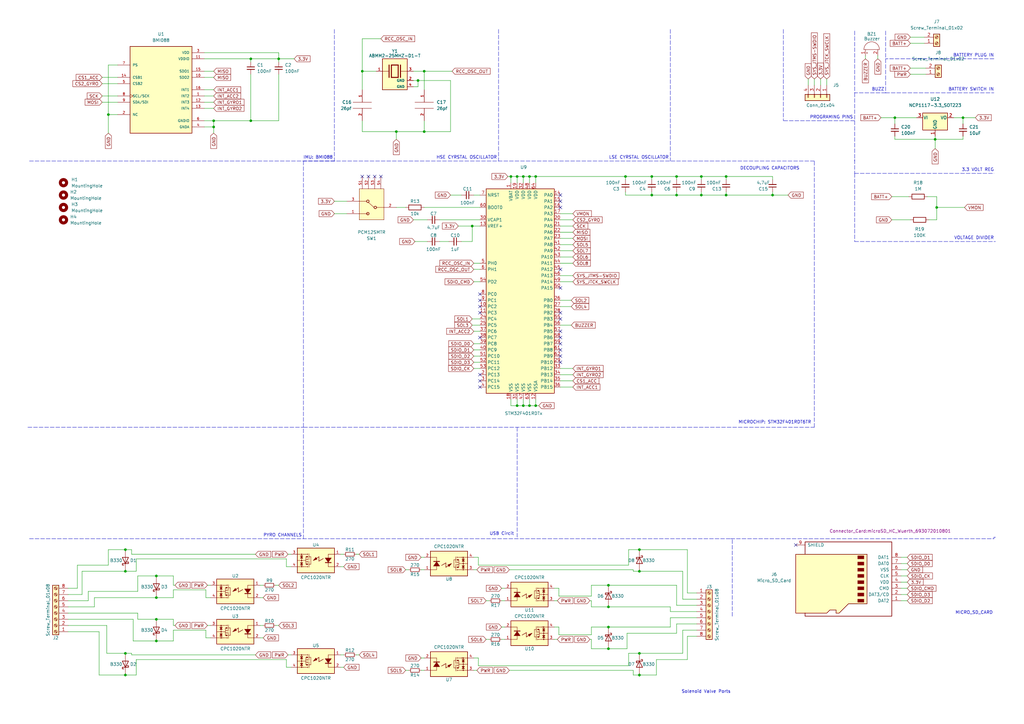
<source format=kicad_sch>
(kicad_sch (version 20211123) (generator eeschema)
  (paper "A3")
  (junction (at 162.56 53.975))
  (junction (at 287.655 72.39))
  (junction (at 394.97 48.26))
  (junction (at 173.99 53.975))
  (junction (at 51.435 234.315))
  (junction (at 87.63 52.07))
  (junction (at 249.555 248.92))
  (junction (at 249.555 266.065))
  (junction (at 297.815 80.01))
  (junction (at 173.99 29.21))
  (junction (at 209.55 72.39))
  (junction (at 171.45 33.02))
  (junction (at 114.3 24.13))
  (junction (at 102.87 24.13))
  (junction (at 262.255 276.86))
  (junction (at 64.135 262.89))
  (junction (at 44.45 46.99))
  (junction (at 217.17 166.37))
  (junction (at 64.135 245.11))
  (junction (at 316.865 80.01))
  (junction (at 212.09 72.39))
  (junction (at 267.335 80.01))
  (junction (at 212.09 166.37))
  (junction (at 384.175 85.09))
  (junction (at 51.435 276.86))
  (junction (at 214.63 72.39))
  (junction (at 51.435 225.425))
  (junction (at 219.71 166.37))
  (junction (at 102.87 49.53))
  (junction (at 262.255 225.425))
  (junction (at 219.71 72.39))
  (junction (at 267.335 72.39))
  (junction (at 262.255 234.315))
  (junction (at 277.495 72.39))
  (junction (at 64.135 236.22))
  (junction (at 277.495 80.01))
  (junction (at 287.655 80.01))
  (junction (at 383.54 57.15))
  (junction (at 193.675 92.71))
  (junction (at 297.815 72.39))
  (junction (at 64.135 254))
  (junction (at 367.03 48.26))
  (junction (at 249.555 240.03))
  (junction (at 256.54 72.39))
  (junction (at 249.555 257.175))
  (junction (at 214.63 166.37))
  (junction (at 148.59 29.21))
  (junction (at 262.255 267.97))
  (junction (at 51.435 267.97))
  (junction (at 87.63 49.53))
  (junction (at 217.17 72.39))
  (no_connect (at 229.87 118.11))
  (no_connect (at 229.87 146.05))
  (no_connect (at 229.87 110.49))
  (no_connect (at 196.85 123.19))
  (no_connect (at 229.87 80.01))
  (no_connect (at 229.87 85.09))
  (no_connect (at 196.85 153.67))
  (no_connect (at 196.85 138.43))
  (no_connect (at 153.67 72.39))
  (no_connect (at 156.21 72.39))
  (no_connect (at 229.87 130.81))
  (no_connect (at 196.85 158.75))
  (no_connect (at 196.85 125.73))
  (no_connect (at 229.87 140.97))
  (no_connect (at 229.87 143.51))
  (no_connect (at 196.85 120.65))
  (no_connect (at 148.59 72.39))
  (no_connect (at 229.87 128.27))
  (no_connect (at 196.85 128.27))
  (no_connect (at 229.87 138.43))
  (no_connect (at 196.85 156.21))
  (no_connect (at 151.13 72.39))
  (no_connect (at 229.87 148.59))
  (no_connect (at 229.87 82.55))
  (no_connect (at 326.39 223.52))
  (no_connect (at 229.87 135.89))
  (wire (pts (xy 287.655 78.74) (xy 287.655 80.01)))
  (wire (pts (xy 257.81 273.05) (xy 257.81 267.97)))
  (wire (pts (xy 114.3 24.13) (xy 114.3 25.4)))
  (wire (pts (xy 229.235 244.475) (xy 242.57 244.475)))
  (wire (pts (xy 71.12 256.54) (xy 71.12 254)))
  (wire (pts (xy 262.255 267.97) (xy 262.255 268.605)))
  (wire (pts (xy 171.45 33.02) (xy 171.45 35.56)))
  (wire (pts (xy 44.45 225.425) (xy 51.435 225.425)))
  (wire (pts (xy 249.555 240.03) (xy 242.57 240.03)))
  (wire (pts (xy 274.955 250.825) (xy 274.955 248.92)))
  (wire (pts (xy 196.85 90.17) (xy 180.34 90.17)))
  (wire (pts (xy 207.01 262.255) (xy 205.74 262.255)))
  (wire (pts (xy 242.57 246.38) (xy 242.57 248.92)))
  (wire (pts (xy 361.315 48.26) (xy 367.03 48.26)))
  (wire (pts (xy 194.31 80.01) (xy 196.85 80.01)))
  (wire (pts (xy 242.57 260.35) (xy 242.57 257.175)))
  (polyline (pts (xy 124.46 175.26) (xy 334.01 175.26)))
  (wire (pts (xy 217.17 72.39) (xy 214.63 72.39)))
  (wire (pts (xy 169.545 29.21) (xy 173.99 29.21)))
  (wire (pts (xy 285.75 250.825) (xy 274.955 250.825)))
  (wire (pts (xy 195.58 233.68) (xy 194.31 233.68)))
  (wire (pts (xy 196.215 273.05) (xy 257.81 273.05)))
  (wire (pts (xy 195.58 274.955) (xy 194.31 274.955)))
  (wire (pts (xy 148.59 36.83) (xy 148.59 29.21)))
  (wire (pts (xy 171.45 33.02) (xy 184.785 33.02)))
  (wire (pts (xy 27.94 259.08) (xy 40.64 259.08)))
  (wire (pts (xy 56.515 236.22) (xy 64.135 236.22)))
  (wire (pts (xy 229.235 260.35) (xy 242.57 260.35)))
  (polyline (pts (xy 212.09 175.26) (xy 212.09 220.98)))
  (wire (pts (xy 113.03 256.54) (xy 114.3 256.54)))
  (wire (pts (xy 196.215 228.6) (xy 196.215 231.775)))
  (wire (pts (xy 71.12 254) (xy 64.135 254)))
  (wire (pts (xy 171.45 35.56) (xy 169.545 35.56)))
  (polyline (pts (xy 407.67 24.13) (xy 363.22 24.13)))
  (wire (pts (xy 43.815 256.54) (xy 43.815 267.97)))
  (wire (pts (xy 102.87 30.48) (xy 102.87 49.53)))
  (wire (pts (xy 229.87 102.87) (xy 234.95 102.87)))
  (wire (pts (xy 384.175 80.645) (xy 384.175 85.09)))
  (wire (pts (xy 102.87 25.4) (xy 102.87 24.13)))
  (wire (pts (xy 146.05 227.33) (xy 147.32 227.33)))
  (wire (pts (xy 287.655 72.39) (xy 297.815 72.39)))
  (wire (pts (xy 31.75 241.3) (xy 31.75 231.775)))
  (wire (pts (xy 316.865 80.01) (xy 323.215 80.01)))
  (wire (pts (xy 148.59 15.875) (xy 156.21 15.875)))
  (wire (pts (xy 229.87 113.03) (xy 234.95 113.03)))
  (wire (pts (xy 249.555 240.03) (xy 249.555 240.665)))
  (wire (pts (xy 281.94 243.205) (xy 281.94 225.425)))
  (wire (pts (xy 33.655 243.84) (xy 33.655 234.315)))
  (wire (pts (xy 367.03 57.15) (xy 383.54 57.15)))
  (wire (pts (xy 229.235 241.3) (xy 229.235 244.475)))
  (wire (pts (xy 117.475 229.235) (xy 55.88 229.235)))
  (wire (pts (xy 267.335 78.74) (xy 267.335 80.01)))
  (wire (pts (xy 241.935 262.255) (xy 242.57 262.255)))
  (wire (pts (xy 83.82 31.75) (xy 87.63 31.75)))
  (wire (pts (xy 54.61 262.89) (xy 64.135 262.89)))
  (wire (pts (xy 173.99 269.875) (xy 172.72 269.875)))
  (wire (pts (xy 256.54 78.74) (xy 256.54 80.01)))
  (wire (pts (xy 53.975 225.425) (xy 51.435 225.425)))
  (wire (pts (xy 256.54 80.01) (xy 267.335 80.01)))
  (wire (pts (xy 56.515 242.57) (xy 56.515 236.22)))
  (polyline (pts (xy 12.065 220.98) (xy 300.355 220.98)))
  (wire (pts (xy 196.215 269.875) (xy 196.215 273.05)))
  (wire (pts (xy 259.715 234.315) (xy 262.255 234.315)))
  (wire (pts (xy 277.495 248.285) (xy 277.495 240.03)))
  (wire (pts (xy 41.91 31.75) (xy 48.26 31.75)))
  (wire (pts (xy 280.035 245.745) (xy 280.035 234.315)))
  (wire (pts (xy 369.57 233.68) (xy 372.11 233.68)))
  (wire (pts (xy 71.12 240.03) (xy 71.12 236.22)))
  (wire (pts (xy 334.01 32.385) (xy 334.01 34.925)))
  (wire (pts (xy 167.64 274.955) (xy 166.37 274.955)))
  (wire (pts (xy 354.965 22.86) (xy 354.965 24.13)))
  (wire (pts (xy 48.26 46.99) (xy 44.45 46.99)))
  (wire (pts (xy 267.335 72.39) (xy 277.495 72.39)))
  (wire (pts (xy 208.915 274.955) (xy 259.715 274.955)))
  (wire (pts (xy 277.495 255.905) (xy 277.495 259.715)))
  (wire (pts (xy 287.655 72.39) (xy 287.655 73.66)))
  (wire (pts (xy 87.63 49.53) (xy 87.63 52.07)))
  (wire (pts (xy 297.815 72.39) (xy 297.815 73.66)))
  (wire (pts (xy 269.24 270.51) (xy 269.24 276.86)))
  (wire (pts (xy 373.38 30.48) (xy 379.73 30.48)))
  (wire (pts (xy 262.255 234.315) (xy 262.255 233.68)))
  (wire (pts (xy 51.435 276.86) (xy 55.88 276.86)))
  (polyline (pts (xy 299.72 220.98) (xy 407.67 220.98)))
  (wire (pts (xy 189.23 99.06) (xy 193.675 99.06)))
  (wire (pts (xy 281.94 270.51) (xy 269.24 270.51)))
  (wire (pts (xy 83.82 44.45) (xy 87.63 44.45)))
  (wire (pts (xy 55.88 229.235) (xy 55.88 234.315)))
  (wire (pts (xy 229.87 90.17) (xy 234.95 90.17)))
  (wire (pts (xy 373.38 27.94) (xy 379.73 27.94)))
  (wire (pts (xy 84.455 258.445) (xy 71.12 258.445)))
  (polyline (pts (xy 124.46 66.04) (xy 124.46 175.26)))
  (wire (pts (xy 280.035 234.315) (xy 262.255 234.315)))
  (wire (pts (xy 369.57 236.22) (xy 372.11 236.22)))
  (polyline (pts (xy 350.52 38.1) (xy 350.52 71.12)))
  (wire (pts (xy 71.12 241.935) (xy 71.12 245.11)))
  (wire (pts (xy 169.545 33.02) (xy 171.45 33.02)))
  (wire (pts (xy 139.7 273.685) (xy 140.97 273.685)))
  (wire (pts (xy 365.76 90.17) (xy 373.38 90.17)))
  (wire (pts (xy 83.82 52.07) (xy 87.63 52.07)))
  (wire (pts (xy 173.99 233.68) (xy 172.72 233.68)))
  (polyline (pts (xy 321.31 12.065) (xy 321.31 49.53)))
  (polyline (pts (xy 363.22 38.1) (xy 407.67 38.1)))
  (wire (pts (xy 148.59 49.53) (xy 148.59 53.975)))
  (wire (pts (xy 227.33 241.3) (xy 229.235 241.3)))
  (wire (pts (xy 64.135 245.11) (xy 71.12 245.11)))
  (wire (pts (xy 229.87 105.41) (xy 234.95 105.41)))
  (polyline (pts (xy 350.52 99.06) (xy 408.305 99.06)))
  (wire (pts (xy 229.87 125.73) (xy 234.315 125.73)))
  (wire (pts (xy 167.64 233.68) (xy 166.37 233.68)))
  (wire (pts (xy 214.63 74.93) (xy 214.63 72.39)))
  (wire (pts (xy 285.75 255.905) (xy 277.495 255.905)))
  (wire (pts (xy 64.135 262.89) (xy 71.12 262.89)))
  (wire (pts (xy 249.555 257.175) (xy 242.57 257.175)))
  (wire (pts (xy 51.435 225.425) (xy 51.435 226.06)))
  (wire (pts (xy 207.01 241.3) (xy 205.74 241.3)))
  (wire (pts (xy 262.255 276.86) (xy 262.255 276.225)))
  (wire (pts (xy 194.31 135.89) (xy 196.85 135.89)))
  (wire (pts (xy 194.31 107.95) (xy 196.85 107.95)))
  (wire (pts (xy 87.63 52.07) (xy 87.63 54.61)))
  (wire (pts (xy 194.31 269.875) (xy 196.215 269.875)))
  (wire (pts (xy 217.17 166.37) (xy 219.71 166.37)))
  (wire (pts (xy 193.675 133.35) (xy 196.85 133.35)))
  (wire (pts (xy 38.735 248.92) (xy 38.735 245.11)))
  (wire (pts (xy 219.71 72.39) (xy 256.54 72.39)))
  (wire (pts (xy 242.57 244.475) (xy 242.57 240.03)))
  (wire (pts (xy 316.865 73.66) (xy 316.865 72.39)))
  (polyline (pts (xy 350.52 71.12) (xy 407.67 71.12)))
  (wire (pts (xy 51.435 234.315) (xy 51.435 233.68)))
  (wire (pts (xy 384.175 90.17) (xy 384.175 85.09)))
  (wire (pts (xy 83.82 29.21) (xy 87.63 29.21)))
  (wire (pts (xy 277.495 80.01) (xy 287.655 80.01)))
  (wire (pts (xy 229.87 97.79) (xy 234.95 97.79)))
  (wire (pts (xy 173.99 274.955) (xy 172.72 274.955)))
  (wire (pts (xy 207.01 257.175) (xy 205.74 257.175)))
  (wire (pts (xy 365.76 80.645) (xy 372.745 80.645)))
  (wire (pts (xy 280.035 258.445) (xy 280.035 267.97)))
  (wire (pts (xy 209.55 166.37) (xy 212.09 166.37)))
  (wire (pts (xy 194.31 110.49) (xy 196.85 110.49)))
  (wire (pts (xy 285.75 260.985) (xy 281.94 260.985)))
  (wire (pts (xy 41.91 41.91) (xy 48.26 41.91)))
  (wire (pts (xy 196.215 231.775) (xy 257.81 231.775)))
  (wire (pts (xy 41.91 34.29) (xy 48.26 34.29)))
  (wire (pts (xy 249.555 248.92) (xy 249.555 248.285)))
  (wire (pts (xy 64.135 236.22) (xy 64.135 236.855)))
  (wire (pts (xy 257.81 267.97) (xy 262.255 267.97)))
  (wire (pts (xy 369.57 238.76) (xy 372.11 238.76)))
  (wire (pts (xy 277.495 78.74) (xy 277.495 80.01)))
  (wire (pts (xy 212.09 166.37) (xy 214.63 166.37)))
  (wire (pts (xy 170.18 99.06) (xy 175.26 99.06)))
  (wire (pts (xy 56.515 251.46) (xy 56.515 254)))
  (wire (pts (xy 297.815 78.74) (xy 297.815 80.01)))
  (wire (pts (xy 281.94 260.985) (xy 281.94 270.51)))
  (wire (pts (xy 257.175 259.715) (xy 257.175 266.065)))
  (wire (pts (xy 394.97 48.26) (xy 394.97 50.8)))
  (wire (pts (xy 114.3 49.53) (xy 114.3 30.48)))
  (wire (pts (xy 85.09 256.54) (xy 86.36 256.54)))
  (wire (pts (xy 369.57 241.3) (xy 372.11 241.3)))
  (wire (pts (xy 64.135 245.11) (xy 64.135 244.475)))
  (wire (pts (xy 241.935 246.38) (xy 242.57 246.38)))
  (wire (pts (xy 369.57 246.38) (xy 372.11 246.38)))
  (wire (pts (xy 219.71 74.93) (xy 219.71 72.39)))
  (wire (pts (xy 277.495 259.715) (xy 257.175 259.715)))
  (wire (pts (xy 249.555 240.03) (xy 277.495 240.03)))
  (wire (pts (xy 84.455 241.935) (xy 71.12 241.935)))
  (polyline (pts (xy 363.22 38.1) (xy 350.52 38.1)))
  (wire (pts (xy 339.09 32.385) (xy 339.09 34.925)))
  (wire (pts (xy 102.87 24.13) (xy 114.3 24.13)))
  (polyline (pts (xy 11.43 175.26) (xy 124.46 175.26)))
  (wire (pts (xy 274.955 253.365) (xy 274.955 257.175)))
  (wire (pts (xy 360.045 22.86) (xy 360.045 24.13)))
  (wire (pts (xy 139.7 232.41) (xy 140.97 232.41)))
  (wire (pts (xy 367.03 48.26) (xy 367.03 50.8)))
  (wire (pts (xy 285.75 248.285) (xy 277.495 248.285)))
  (wire (pts (xy 214.63 163.83) (xy 214.63 166.37)))
  (wire (pts (xy 297.815 80.01) (xy 316.865 80.01)))
  (wire (pts (xy 27.94 256.54) (xy 43.815 256.54)))
  (wire (pts (xy 193.675 99.06) (xy 193.675 92.71)))
  (wire (pts (xy 54.61 254) (xy 54.61 262.89)))
  (wire (pts (xy 44.45 26.67) (xy 44.45 46.99)))
  (wire (pts (xy 83.82 49.53) (xy 87.63 49.53)))
  (wire (pts (xy 71.12 258.445) (xy 71.12 262.89)))
  (wire (pts (xy 104.775 227.33) (xy 53.975 227.33)))
  (polyline (pts (xy 12.065 66.04) (xy 137.16 66.04)))
  (wire (pts (xy 117.475 273.685) (xy 117.475 270.51)))
  (wire (pts (xy 194.31 140.97) (xy 196.85 140.97)))
  (wire (pts (xy 117.475 232.41) (xy 117.475 229.235)))
  (wire (pts (xy 106.68 256.54) (xy 107.95 256.54)))
  (wire (pts (xy 394.97 48.26) (xy 400.05 48.26)))
  (wire (pts (xy 44.45 46.99) (xy 44.45 54.61)))
  (wire (pts (xy 118.11 227.33) (xy 119.38 227.33)))
  (wire (pts (xy 64.135 262.89) (xy 64.135 262.255)))
  (wire (pts (xy 200.66 262.255) (xy 199.39 262.255)))
  (wire (pts (xy 257.81 225.425) (xy 262.255 225.425)))
  (wire (pts (xy 369.57 228.6) (xy 372.11 228.6)))
  (wire (pts (xy 113.03 240.03) (xy 114.3 240.03)))
  (wire (pts (xy 27.94 251.46) (xy 56.515 251.46)))
  (wire (pts (xy 208.915 233.68) (xy 259.715 233.68)))
  (polyline (pts (xy 274.955 12.065) (xy 274.955 66.04)))
  (wire (pts (xy 119.38 273.685) (xy 117.475 273.685)))
  (wire (pts (xy 336.55 32.385) (xy 336.55 34.925)))
  (wire (pts (xy 104.775 268.605) (xy 53.975 268.605)))
  (wire (pts (xy 285.75 253.365) (xy 274.955 253.365)))
  (wire (pts (xy 86.36 261.62) (xy 84.455 261.62)))
  (wire (pts (xy 297.815 72.39) (xy 316.865 72.39)))
  (polyline (pts (xy 334.01 66.04) (xy 124.46 66.04)))
  (wire (pts (xy 394.97 55.88) (xy 394.97 57.15)))
  (wire (pts (xy 217.17 163.83) (xy 217.17 166.37)))
  (wire (pts (xy 228.6 246.38) (xy 227.33 246.38)))
  (wire (pts (xy 173.99 29.21) (xy 185.42 29.21)))
  (wire (pts (xy 277.495 72.39) (xy 287.655 72.39)))
  (polyline (pts (xy 350.52 71.12) (xy 350.52 99.06)))
  (wire (pts (xy 212.09 163.83) (xy 212.09 166.37)))
  (wire (pts (xy 229.87 100.33) (xy 234.95 100.33)))
  (wire (pts (xy 212.09 74.93) (xy 212.09 72.39)))
  (wire (pts (xy 373.38 15.24) (xy 379.095 15.24)))
  (wire (pts (xy 212.09 72.39) (xy 209.55 72.39)))
  (wire (pts (xy 207.01 246.38) (xy 205.74 246.38)))
  (wire (pts (xy 194.31 151.13) (xy 196.85 151.13)))
  (wire (pts (xy 262.255 225.425) (xy 262.255 226.06)))
  (wire (pts (xy 71.12 236.22) (xy 64.135 236.22)))
  (wire (pts (xy 256.54 73.66) (xy 256.54 72.39)))
  (wire (pts (xy 367.03 48.26) (xy 375.92 48.26)))
  (wire (pts (xy 209.55 72.39) (xy 209.55 74.93)))
  (wire (pts (xy 27.94 246.38) (xy 36.195 246.38)))
  (wire (pts (xy 219.71 166.37) (xy 220.98 166.37)))
  (wire (pts (xy 38.735 245.11) (xy 64.135 245.11)))
  (wire (pts (xy 137.16 82.55) (xy 142.24 82.55)))
  (polyline (pts (xy 407.67 220.98) (xy 407.67 220.345)))
  (wire (pts (xy 229.87 153.67) (xy 234.95 153.67)))
  (wire (pts (xy 40.64 276.86) (xy 51.435 276.86)))
  (wire (pts (xy 242.57 266.065) (xy 249.555 266.065)))
  (wire (pts (xy 102.87 49.53) (xy 114.3 49.53)))
  (wire (pts (xy 267.335 72.39) (xy 267.335 73.66)))
  (wire (pts (xy 383.54 57.15) (xy 394.97 57.15)))
  (wire (pts (xy 106.68 240.03) (xy 107.95 240.03)))
  (polyline (pts (xy 124.46 220.98) (xy 124.46 175.26)))
  (wire (pts (xy 316.865 78.74) (xy 316.865 80.01)))
  (wire (pts (xy 229.87 107.95) (xy 234.95 107.95)))
  (wire (pts (xy 71.755 256.54) (xy 71.12 256.54)))
  (wire (pts (xy 53.975 268.605) (xy 53.975 267.97)))
  (wire (pts (xy 229.87 156.21) (xy 234.95 156.21)))
  (wire (pts (xy 383.54 57.15) (xy 383.54 60.96)))
  (wire (pts (xy 162.56 85.09) (xy 166.37 85.09)))
  (wire (pts (xy 83.82 21.59) (xy 114.3 21.59)))
  (polyline (pts (xy 350.52 49.53) (xy 321.31 49.53)))
  (polyline (pts (xy 350.52 66.04) (xy 350.52 65.405)))
  (wire (pts (xy 41.91 39.37) (xy 48.26 39.37)))
  (wire (pts (xy 249.555 266.065) (xy 249.555 265.43)))
  (wire (pts (xy 257.81 231.775) (xy 257.81 225.425)))
  (wire (pts (xy 391.16 48.26) (xy 394.97 48.26)))
  (wire (pts (xy 214.63 166.37) (xy 217.17 166.37)))
  (wire (pts (xy 259.715 274.955) (xy 259.715 276.86)))
  (wire (pts (xy 380.365 80.645) (xy 384.175 80.645)))
  (wire (pts (xy 269.24 276.86) (xy 262.255 276.86)))
  (wire (pts (xy 217.17 74.93) (xy 217.17 72.39)))
  (wire (pts (xy 280.035 267.97) (xy 262.255 267.97)))
  (wire (pts (xy 208.28 72.39) (xy 209.55 72.39)))
  (wire (pts (xy 229.87 115.57) (xy 234.95 115.57)))
  (wire (pts (xy 139.7 227.33) (xy 140.97 227.33)))
  (wire (pts (xy 259.715 233.68) (xy 259.715 234.315)))
  (wire (pts (xy 259.715 276.86) (xy 262.255 276.86)))
  (wire (pts (xy 51.435 276.86) (xy 51.435 276.225)))
  (wire (pts (xy 86.36 245.11) (xy 84.455 245.11)))
  (polyline (pts (xy 407.67 220.345) (xy 408.305 220.345)))
  (wire (pts (xy 27.94 248.92) (xy 38.735 248.92)))
  (wire (pts (xy 48.26 26.67) (xy 44.45 26.67)))
  (wire (pts (xy 184.785 80.01) (xy 189.23 80.01)))
  (wire (pts (xy 285.75 258.445) (xy 280.035 258.445)))
  (wire (pts (xy 53.975 227.33) (xy 53.975 225.425)))
  (wire (pts (xy 53.975 267.97) (xy 51.435 267.97)))
  (wire (pts (xy 267.335 80.01) (xy 277.495 80.01)))
  (wire (pts (xy 148.59 29.21) (xy 148.59 15.875)))
  (wire (pts (xy 262.255 277.495) (xy 262.255 276.86)))
  (wire (pts (xy 242.57 248.92) (xy 249.555 248.92)))
  (wire (pts (xy 249.555 257.175) (xy 249.555 257.81)))
  (wire (pts (xy 229.87 95.25) (xy 234.95 95.25)))
  (wire (pts (xy 228.6 262.255) (xy 227.33 262.255)))
  (polyline (pts (xy 334.01 175.26) (xy 334.01 66.04)))
  (wire (pts (xy 162.56 53.975) (xy 173.99 53.975)))
  (wire (pts (xy 55.88 234.315) (xy 51.435 234.315)))
  (wire (pts (xy 119.38 232.41) (xy 117.475 232.41)))
  (wire (pts (xy 173.99 85.09) (xy 196.85 85.09)))
  (polyline (pts (xy 350.52 12.7) (xy 350.52 38.1)))
  (wire (pts (xy 84.455 245.11) (xy 84.455 241.935)))
  (wire (pts (xy 209.55 163.83) (xy 209.55 166.37)))
  (wire (pts (xy 64.135 254) (xy 64.135 254.635)))
  (wire (pts (xy 36.195 246.38) (xy 36.195 242.57)))
  (wire (pts (xy 274.955 257.175) (xy 249.555 257.175)))
  (wire (pts (xy 83.82 41.91) (xy 87.63 41.91)))
  (wire (pts (xy 193.675 130.81) (xy 196.85 130.81)))
  (wire (pts (xy 257.175 266.065) (xy 249.555 266.065)))
  (wire (pts (xy 193.675 92.71) (xy 196.85 92.71)))
  (wire (pts (xy 27.94 241.3) (xy 31.75 241.3)))
  (wire (pts (xy 173.99 53.975) (xy 173.99 49.53)))
  (wire (pts (xy 162.56 53.975) (xy 162.56 57.15)))
  (wire (pts (xy 117.475 270.51) (xy 55.88 270.51)))
  (wire (pts (xy 44.45 231.775) (xy 44.45 225.425)))
  (wire (pts (xy 249.555 248.92) (xy 274.955 248.92)))
  (wire (pts (xy 27.94 243.84) (xy 33.655 243.84)))
  (wire (pts (xy 369.57 231.14) (xy 372.11 231.14)))
  (wire (pts (xy 31.75 231.775) (xy 44.45 231.775)))
  (wire (pts (xy 219.71 72.39) (xy 217.17 72.39)))
  (wire (pts (xy 27.94 254) (xy 54.61 254)))
  (wire (pts (xy 87.63 49.53) (xy 102.87 49.53)))
  (wire (pts (xy 229.87 151.13) (xy 234.95 151.13)))
  (wire (pts (xy 229.235 257.175) (xy 229.235 260.35)))
  (wire (pts (xy 194.31 228.6) (xy 196.215 228.6)))
  (wire (pts (xy 214.63 72.39) (xy 212.09 72.39)))
  (wire (pts (xy 102.87 24.13) (xy 83.82 24.13)))
  (wire (pts (xy 83.82 39.37) (xy 87.63 39.37)))
  (wire (pts (xy 173.99 36.83) (xy 173.99 29.21)))
  (wire (pts (xy 55.88 270.51) (xy 55.88 276.86)))
  (wire (pts (xy 194.31 146.05) (xy 196.85 146.05)))
  (wire (pts (xy 229.87 158.75) (xy 234.95 158.75)))
  (wire (pts (xy 83.82 36.83) (xy 87.63 36.83)))
  (wire (pts (xy 139.7 268.605) (xy 140.97 268.605)))
  (wire (pts (xy 285.75 245.745) (xy 280.035 245.745)))
  (wire (pts (xy 169.545 90.17) (xy 175.26 90.17)))
  (polyline (pts (xy 363.22 12.7) (xy 363.22 38.1)))
  (wire (pts (xy 118.11 268.605) (xy 119.38 268.605)))
  (wire (pts (xy 229.87 123.19) (xy 234.315 123.19)))
  (wire (pts (xy 256.54 72.39) (xy 267.335 72.39)))
  (wire (pts (xy 229.87 87.63) (xy 234.95 87.63)))
  (wire (pts (xy 383.54 55.88) (xy 383.54 57.15)))
  (wire (pts (xy 287.655 80.01) (xy 297.815 80.01)))
  (wire (pts (xy 148.59 29.21) (xy 154.305 29.21)))
  (wire (pts (xy 194.31 143.51) (xy 196.85 143.51)))
  (wire (pts (xy 331.47 32.385) (xy 331.47 34.925)))
  (wire (pts (xy 285.75 243.205) (xy 281.94 243.205)))
  (wire (pts (xy 173.99 228.6) (xy 172.72 228.6)))
  (wire (pts (xy 262.255 225.425) (xy 281.94 225.425)))
  (wire (pts (xy 114.3 24.13) (xy 120.65 24.13)))
  (wire (pts (xy 114.3 21.59) (xy 114.3 24.13)))
  (wire (pts (xy 84.455 261.62) (xy 84.455 258.445)))
  (wire (pts (xy 33.655 234.315) (xy 51.435 234.315)))
  (wire (pts (xy 384.175 85.09) (xy 395.605 85.09)))
  (wire (pts (xy 137.16 87.63) (xy 142.24 87.63)))
  (wire (pts (xy 200.66 246.38) (xy 199.39 246.38)))
  (wire (pts (xy 242.57 262.255) (xy 242.57 266.065)))
  (wire (pts (xy 277.495 72.39) (xy 277.495 73.66)))
  (wire (pts (xy 56.515 254) (xy 64.135 254)))
  (wire (pts (xy 180.34 99.06) (xy 184.15 99.06)))
  (wire (pts (xy 184.785 33.02) (xy 184.785 53.975)))
  (wire (pts (xy 227.33 257.175) (xy 229.235 257.175)))
  (wire (pts (xy 219.71 163.83) (xy 219.71 166.37)))
  (polyline (pts (xy 204.47 12.065) (xy 204.47 66.04)))
  (wire (pts (xy 148.59 53.975) (xy 162.56 53.975)))
  (wire (pts (xy 36.195 242.57) (xy 56.515 242.57)))
  (wire (pts (xy 40.64 259.08) (xy 40.64 276.86)))
  (polyline (pts (xy 137.16 12.065) (xy 137.16 66.04)))
  (polyline (pts (xy 300.355 252.73) (xy 300.355 220.98)))
  (wire (pts (xy 106.68 261.62) (xy 107.95 261.62)))
  (wire (pts (xy 229.87 92.71) (xy 234.95 92.71)))
  (wire (pts (xy 43.815 267.97) (xy 51.435 267.97)))
  (wire (pts (xy 187.96 92.71) (xy 193.675 92.71)))
  (wire (pts (xy 373.38 17.78) (xy 379.095 17.78)))
  (wire (pts (xy 146.05 268.605) (xy 147.32 268.605)))
  (wire (pts (xy 106.68 245.11) (xy 107.95 245.11)))
  (wire (pts (xy 85.09 240.03) (xy 86.36 240.03)))
  (wire (pts (xy 194.31 115.57) (xy 196.85 115.57)))
  (wire (pts (xy 51.435 267.97) (xy 51.435 268.605)))
  (wire (pts (xy 367.03 55.88) (xy 367.03 57.15)))
  (wire (pts (xy 194.31 148.59) (xy 196.85 148.59)))
  (wire (pts (xy 71.755 240.03) (xy 71.12 240.03)))
  (wire (pts (xy 381 90.17) (xy 384.175 90.17)))
  (wire (pts (xy 184.785 53.975) (xy 173.99 53.975)))
  (wire (pts (xy 229.87 133.35) (xy 234.315 133.35)))
  (wire (pts (xy 369.57 243.84) (xy 372.11 243.84)))
  (text "DECOUPLING CAPACITORS " (at 303.53 69.85 0) (effects (font (size 1.27 1.27)) (justify left bottom)))
  (text "IMU: BMI088" (at 136.525 65.405 180) (effects (font (size 1.27 1.27)) (justify right bottom)))
  (text "3.3 VOLT REG" (at 407.67 70.485 180) (effects (font (size 1.27 1.27)) (justify right bottom)))
  (text "HSE CYRSTAL OSCILLATOR" (at 203.835 65.405 180) (effects (font (size 1.27 1.27)) (justify right bottom)))
  (text "PROGRAMING PINS" (at 349.885 48.895 180) (effects (font (size 1.27 1.27)) (justify right bottom)))
  (text "LSE CYRSTAL OSCILLATOR" (at 274.32 65.405 180) (effects (font (size 1.27 1.27)) (justify right bottom)))
  (text "MICRO_SD_CARD" (at 391.795 252.095 0) (effects (font (size 1.27 1.27)) (justify left bottom)))
  (text "MICROCHIP: STM32F401RDT6TR" (at 332.74 173.99 180) (effects (font (size 1.27 1.27)) (justify right bottom)))
  (text "VOLTAGE DIVIDER" (at 407.67 98.425 180) (effects (font (size 1.27 1.27)) (justify right bottom)))
  (text "BATTERY PLUG IN" (at 407.67 23.495 180) (effects (font (size 1.27 1.27)) (justify right bottom)))
  (text "BUZZ" (at 357.505 37.465 0) (effects (font (size 1.27 1.27)) (justify left bottom)))
  (text "Solenoid Valve Ports" (at 299.72 284.48 180) (effects (font (size 1.27 1.27)) (justify right bottom)))
  (text "USB Circit" (at 210.82 219.71 180) (effects (font (size 1.27 1.27)) (justify right bottom)))
  (text "PYRO CHANNELS" (at 123.825 220.345 180) (effects (font (size 1.27 1.27)) (justify right bottom)))
  (text "BATTERY SWITCH IN" (at 407.67 37.465 180) (effects (font (size 1.27 1.27)) (justify right bottom)))
  (global_label "INT_ACC1" (shape input) (at 87.63 36.83 0) (property "Intersheet References" "${INTERSHEET_REFS}" (effects hide)))
  (global_label "INT_GYRO1" (shape input) (at 87.63 41.91 0) (property "Intersheet References" "${INTERSHEET_REFS}" (effects hide)))
  (global_label "3.3V" (shape input) (at 372.11 238.76 0) (property "Intersheet References" "${INTERSHEET_REFS}" (effects hide)))
  (global_label "INT_GYRO2" (shape input) (at 87.63 44.45 0) (property "Intersheet References" "${INTERSHEET_REFS}" (effects hide)))
  (global_label "SOL3" (shape input) (at 114.3 256.54 0) (property "Intersheet References" "${INTERSHEET_REFS}" (effects hide)))
  (global_label "PWR" (shape input) (at 85.09 256.54 180) (property "Intersheet References" "${INTERSHEET_REFS}" (effects hide)))
  (global_label "SDIO_D1" (shape input) (at 372.11 228.6 0) (property "Intersheet References" "${INTERSHEET_REFS}" (effects hide)))
  (global_label "GND" (shape input) (at 87.63 54.61 270) (property "Intersheet References" "${INTERSHEET_REFS}" (effects hide)))
  (global_label "MISO" (shape input) (at 87.63 31.75 0) (property "Intersheet References" "${INTERSHEET_REFS}" (effects hide)))
  (global_label "RCC_OSC_OUT" (shape input) (at 185.42 29.21 0) (property "Intersheet References" "${INTERSHEET_REFS}" (effects hide)))
  (global_label "PWR" (shape input) (at 118.11 268.605 180) (property "Intersheet References" "${INTERSHEET_REFS}" (effects hide)))
  (global_label "SOL8" (shape input) (at 234.95 107.95 0) (property "Intersheet References" "${INTERSHEET_REFS}" (effects hide)))
  (global_label "MOSI" (shape input) (at 234.95 97.79 0) (property "Intersheet References" "${INTERSHEET_REFS}" (effects hide)))
  (global_label "INT_ACC2" (shape input) (at 194.31 135.89 180) (property "Intersheet References" "${INTERSHEET_REFS}" (effects hide)))
  (global_label "SOL1" (shape input) (at 147.32 227.33 0) (property "Intersheet References" "${INTERSHEET_REFS}" (effects hide)))
  (global_label "GND" (shape input) (at 140.97 232.41 0) (property "Intersheet References" "${INTERSHEET_REFS}" (effects hide)))
  (global_label "GND" (shape input) (at 365.76 90.17 180) (property "Intersheet References" "${INTERSHEET_REFS}" (effects hide)))
  (global_label "SDIO_D1" (shape input) (at 194.31 143.51 180) (property "Intersheet References" "${INTERSHEET_REFS}" (effects hide)))
  (global_label "PWR" (shape input) (at 118.11 227.33 180) (property "Intersheet References" "${INTERSHEET_REFS}" (effects hide)))
  (global_label "GND" (shape input) (at 241.935 246.38 180) (property "Intersheet References" "${INTERSHEET_REFS}" (effects hide)))
  (global_label "CS1_ACC" (shape input) (at 41.91 31.75 180) (property "Intersheet References" "${INTERSHEET_REFS}" (effects hide)))
  (global_label "BATT+" (shape input) (at 365.76 80.645 180) (property "Intersheet References" "${INTERSHEET_REFS}" (effects hide)))
  (global_label "GND" (shape input) (at 140.97 273.685 0) (property "Intersheet References" "${INTERSHEET_REFS}" (effects hide)))
  (global_label "GND" (shape input) (at 205.74 241.3 180) (property "Intersheet References" "${INTERSHEET_REFS}" (effects hide)))
  (global_label "GND" (shape input) (at 323.215 80.01 0) (property "Intersheet References" "${INTERSHEET_REFS}" (effects hide)))
  (global_label "SOL5" (shape input) (at 234.95 100.33 0) (property "Intersheet References" "${INTERSHEET_REFS}" (effects hide)))
  (global_label "SOL1" (shape input) (at 193.675 130.81 180) (property "Intersheet References" "${INTERSHEET_REFS}" (effects hide)))
  (global_label "GND" (shape input) (at 107.95 261.62 0) (property "Intersheet References" "${INTERSHEET_REFS}" (effects hide)))
  (global_label "GND" (shape input) (at 107.95 245.11 0) (property "Intersheet References" "${INTERSHEET_REFS}" (effects hide)))
  (global_label "3.3V" (shape input) (at 336.55 32.385 90) (property "Intersheet References" "${INTERSHEET_REFS}" (effects hide)))
  (global_label "SDIO_D2" (shape input) (at 372.11 246.38 0) (property "Intersheet References" "${INTERSHEET_REFS}" (effects hide)))
  (global_label "BUZZER" (shape input) (at 234.315 133.35 0) (property "Intersheet References" "${INTERSHEET_REFS}" (effects hide)))
  (global_label "GND" (shape input) (at 104.775 268.605 0) (property "Intersheet References" "${INTERSHEET_REFS}" (effects hide)))
  (global_label "SOL4" (shape input) (at 234.315 125.73 0) (property "Intersheet References" "${INTERSHEET_REFS}" (effects hide)))
  (global_label "GND" (shape input) (at 172.72 269.875 180) (property "Intersheet References" "${INTERSHEET_REFS}" (effects hide)))
  (global_label "GND" (shape input) (at 372.11 233.68 0) (property "Intersheet References" "${INTERSHEET_REFS}" (effects hide)))
  (global_label "SOL7" (shape input) (at 199.39 246.38 180) (property "Intersheet References" "${INTERSHEET_REFS}" (effects hide)))
  (global_label "PWR" (shape input) (at 228.6 262.255 0) (property "Intersheet References" "${INTERSHEET_REFS}" (effects hide)))
  (global_label "GND" (shape input) (at 71.755 256.54 0) (property "Intersheet References" "${INTERSHEET_REFS}" (effects hide)))
  (global_label "GND" (shape input) (at 373.38 15.24 180) (property "Intersheet References" "${INTERSHEET_REFS}" (effects hide)))
  (global_label "SYS_JTMS-SWDIO" (shape input) (at 334.01 32.385 90) (property "Intersheet References" "${INTERSHEET_REFS}" (effects hide)))
  (global_label "GND" (shape input) (at 331.47 32.385 90) (property "Intersheet References" "${INTERSHEET_REFS}" (effects hide)))
  (global_label "PWR" (shape input) (at 373.38 30.48 180) (property "Intersheet References" "${INTERSHEET_REFS}" (effects hide)))
  (global_label "SOL7" (shape input) (at 234.95 102.87 0) (property "Intersheet References" "${INTERSHEET_REFS}" (effects hide)))
  (global_label "SCK" (shape input) (at 234.95 92.71 0) (property "Intersheet References" "${INTERSHEET_REFS}" (effects hide)))
  (global_label "GND" (shape input) (at 71.755 240.03 0) (property "Intersheet References" "${INTERSHEET_REFS}" (effects hide)))
  (global_label "GND" (shape input) (at 205.74 257.175 180) (property "Intersheet References" "${INTERSHEET_REFS}" (effects hide)))
  (global_label "SOL6" (shape input) (at 234.95 105.41 0) (property "Intersheet References" "${INTERSHEET_REFS}" (effects hide)))
  (global_label "BUZZER" (shape input) (at 354.965 24.13 270) (property "Intersheet References" "${INTERSHEET_REFS}" (effects hide)))
  (global_label "SDIO_CMD" (shape input) (at 372.11 241.3 0) (property "Intersheet References" "${INTERSHEET_REFS}" (effects hide)))
  (global_label "GND" (shape input) (at 104.775 227.33 0) (property "Intersheet References" "${INTERSHEET_REFS}" (effects hide)))
  (global_label "GND" (shape input) (at 172.72 228.6 180) (property "Intersheet References" "${INTERSHEET_REFS}" (effects hide)))
  (global_label "3.3V" (shape input) (at 137.16 82.55 180) (property "Intersheet References" "${INTERSHEET_REFS}" (effects hide)))
  (global_label "3.3V" (shape input) (at 120.65 24.13 0) (property "Intersheet References" "${INTERSHEET_REFS}" (effects hide)))
  (global_label "SDIO_D2" (shape input) (at 194.31 146.05 180) (property "Intersheet References" "${INTERSHEET_REFS}" (effects hide)))
  (global_label "VMON" (shape input) (at 395.605 85.09 0) (property "Intersheet References" "${INTERSHEET_REFS}" (effects hide)))
  (global_label "SOL3" (shape input) (at 193.675 133.35 180) (property "Intersheet References" "${INTERSHEET_REFS}" (effects hide)))
  (global_label "MOSI" (shape input) (at 41.91 41.91 180) (property "Intersheet References" "${INTERSHEET_REFS}" (effects hide)))
  (global_label "SYS_JTMS-SWDIO" (shape input) (at 234.95 113.03 0) (property "Intersheet References" "${INTERSHEET_REFS}" (effects hide)))
  (global_label "3.3V" (shape input) (at 187.96 92.71 180) (property "Intersheet References" "${INTERSHEET_REFS}" (effects hide)))
  (global_label "SDIO_CK" (shape input) (at 194.31 151.13 180) (property "Intersheet References" "${INTERSHEET_REFS}" (effects hide)))
  (global_label "GND" (shape input) (at 169.545 90.17 180) (property "Intersheet References" "${INTERSHEET_REFS}" (effects hide)))
  (global_label "INT_ACC2" (shape input) (at 87.63 39.37 0) (property "Intersheet References" "${INTERSHEET_REFS}" (effects hide)))
  (global_label "GND" (shape input) (at 360.045 24.13 270) (property "Intersheet References" "${INTERSHEET_REFS}" (effects hide)))
  (global_label "SOL4" (shape input) (at 147.32 268.605 0) (property "Intersheet References" "${INTERSHEET_REFS}" (effects hide)))
  (global_label "PWR" (shape input) (at 195.58 274.955 0) (property "Intersheet References" "${INTERSHEET_REFS}" (effects hide)))
  (global_label "GND" (shape input) (at 241.935 262.255 180) (property "Intersheet References" "${INTERSHEET_REFS}" (effects hide)))
  (global_label "GND" (shape input) (at 208.915 233.68 180) (property "Intersheet References" "${INTERSHEET_REFS}" (effects hide)))
  (global_label "GND" (shape input) (at 170.18 99.06 180) (property "Intersheet References" "${INTERSHEET_REFS}" (effects hide)))
  (global_label "3.3V" (shape input) (at 400.05 48.26 0) (property "Intersheet References" "${INTERSHEET_REFS}" (effects hide)))
  (global_label "GND" (shape input) (at 162.56 57.15 270) (property "Intersheet References" "${INTERSHEET_REFS}" (effects hide)))
  (global_label "SDIO_D0" (shape input) (at 194.31 140.97 180) (property "Intersheet References" "${INTERSHEET_REFS}" (effects hide)))
  (global_label "BATT+" (shape input) (at 373.38 27.94 180) (property "Intersheet References" "${INTERSHEET_REFS}" (effects hide)))
  (global_label "SOL2" (shape input) (at 234.315 123.19 0) (property "Intersheet References" "${INTERSHEET_REFS}" (effects hide)))
  (global_label "PWR" (shape input) (at 228.6 246.38 0) (property "Intersheet References" "${INTERSHEET_REFS}" (effects hide)))
  (global_label "SOL5" (shape input) (at 166.37 274.955 180) (property "Intersheet References" "${INTERSHEET_REFS}" (effects hide)))
  (global_label "SDIO_D3" (shape input) (at 372.11 243.84 0) (property "Intersheet References" "${INTERSHEET_REFS}" (effects hide)))
  (global_label "SDIO_D0" (shape input) (at 372.11 231.14 0) (property "Intersheet References" "${INTERSHEET_REFS}" (effects hide)))
  (global_label "GND" (shape input) (at 137.16 87.63 180) (property "Intersheet References" "${INTERSHEET_REFS}" (effects hide)))
  (global_label "GND" (shape input) (at 220.98 166.37 0) (property "Intersheet References" "${INTERSHEET_REFS}" (effects hide)))
  (global_label "CS1_ACC" (shape input) (at 234.95 156.21 0) (property "Intersheet References" "${INTERSHEET_REFS}" (effects hide)))
  (global_label "INT_GYRO1" (shape input) (at 234.95 151.13 0) (property "Intersheet References" "${INTERSHEET_REFS}" (effects hide)))
  (global_label "INT_GYRO2" (shape input) (at 234.95 153.67 0) (property "Intersheet References" "${INTERSHEET_REFS}" (effects hide)))
  (global_label "BATT+" (shape input) (at 361.315 48.26 180) (property "Intersheet References" "${INTERSHEET_REFS}" (effects hide)))
  (global_label "PWR" (shape input) (at 195.58 233.68 0) (property "Intersheet References" "${INTERSHEET_REFS}" (effects hide)))
  (global_label "CS2_GYRO" (shape input) (at 41.91 34.29 180) (property "Intersheet References" "${INTERSHEET_REFS}" (effects hide)))
  (global_label "SOL8" (shape input) (at 166.37 233.68 180) (property "Intersheet References" "${INTERSHEET_REFS}" (effects hide)))
  (global_label "SOL2" (shape input) (at 114.3 240.03 0) (property "Intersheet References" "${INTERSHEET_REFS}" (effects hide)))
  (global_label "SYS_JTCK_SWCLK" (shape input) (at 339.09 32.385 90) (property "Intersheet References" "${INTERSHEET_REFS}" (effects hide)))
  (global_label "GND" (shape input) (at 208.915 274.955 180) (property "Intersheet References" "${INTERSHEET_REFS}" (effects hide)))
  (global_label "SDIO_CK" (shape input) (at 372.11 236.22 0) (property "Intersheet References" "${INTERSHEET_REFS}" (effects hide)))
  (global_label "SCK" (shape input) (at 41.91 39.37 180) (property "Intersheet References" "${INTERSHEET_REFS}" (effects hide)))
  (global_label "RCC_OSC_OUT" (shape input) (at 194.31 110.49 180) (property "Intersheet References" "${INTERSHEET_REFS}" (effects hide)))
  (global_label "GND" (shape input) (at 184.785 80.01 180) (property "Intersheet References" "${INTERSHEET_REFS}" (effects hide)))
  (global_label "SDIO_CMD" (shape input) (at 194.31 115.57 180) (property "Intersheet References" "${INTERSHEET_REFS}" (effects hide)))
  (global_label "GND" (shape input) (at 44.45 54.61 270) (property "Intersheet References" "${INTERSHEET_REFS}" (effects hide)))
  (global_label "MISO" (shape input) (at 234.95 95.25 0) (property "Intersheet References" "${INTERSHEET_REFS}" (effects hide)))
  (global_label "BATT+" (shape input) (at 373.38 17.78 180) (property "Intersheet References" "${INTERSHEET_REFS}" (effects hide)))
  (global_label "RCC_OSC_IN" (shape input) (at 156.21 15.875 0) (property "Intersheet References" "${INTERSHEET_REFS}" (effects hide)))
  (global_label "INT_ACC1" (shape input) (at 234.95 158.75 0) (property "Intersheet References" "${INTERSHEET_REFS}" (effects hide)))
  (global_label "GND" (shape input) (at 383.54 60.96 270) (property "Intersheet References" "${INTERSHEET_REFS}" (effects hide)))
  (global_label "RCC_OSC_IN" (shape input) (at 194.31 107.95 180) (property "Intersheet References" "${INTERSHEET_REFS}" (effects hide)))
  (global_label "SOL6" (shape input) (at 199.39 262.255 180) (property "Intersheet References" "${INTERSHEET_REFS}" (effects hide)))
  (global_label "MISO" (shape input) (at 87.63 29.21 0) (property "Intersheet References" "${INTERSHEET_REFS}" (effects hide)))
  (global_label "SYS_JTCK_SWCLK" (shape input) (at 234.95 115.57 0) (property "Intersheet References" "${INTERSHEET_REFS}" (effects hide)))
  (global_label "SDIO_D3" (shape input) (at 194.31 148.59 180) (property "Intersheet References" "${INTERSHEET_REFS}" (effects hide)))
  (global_label "CS2_GYRO" (shape input) (at 234.95 90.17 0) (property "Intersheet References" "${INTERSHEET_REFS}" (effects hide)))
  (global_label "VMON" (shape input) (at 234.95 87.63 0) (property "Intersheet References" "${INTERSHEET_REFS}" (effects hide)))
  (global_label "PWR" (shape input) (at 85.09 240.03 180) (property "Intersheet References" "${INTERSHEET_REFS}" (effects hide)))
  (global_label "3.3V" (shape input) (at 208.28 72.39 180) (property "Intersheet References" "${INTERSHEET_REFS}" (effects hide)))
  (symbol (lib_id "Diode:B330") (at 64.135 258.445 90) (unit 1)
    (property "Reference" "D4" (at 66.04 258.445 90) (effects (justify right)))
    (property "Value" "B330" (at 57.785 258.445 90) (effects (justify right)))
    (property "Footprint" "Diode_SMD:D_SMA" (effects hide))
    (property "Datasheet" "http://www.jameco.com/Jameco/Products/ProdDS/1538777.pdf" (effects hide))
  )
  (symbol (lib_id "Device:C_Small") (at 287.655 76.2 0) (unit 1)
    (property "Reference" "C9" (at 283.845 77.47 0))
    (property "Value" "100nF" (at 282.575 74.93 0))
    (property "Footprint" "Capacitor_SMD:C_0402_1005Metric" (effects hide))
  )
  (symbol (lib_id "Connector:Screw_Terminal_01x08") (at 22.86 251.46 180) (unit 1)
    (property "Reference" "J2" (at 22.86 261.62 0))
    (property "Value" "Screw_Terminal_01x08" (at 19.685 250.19 90))
    (property "Footprint" "TerminalBlock_Phoenix:TerminalBlock_Phoenix_MPT-0,5-8-2.54_1x08_P2.54mm_Horizontal" (effects hide))
  )
  (symbol (lib_id "CPC1020NTR:CPC1020NTR") (at 217.17 259.715 0) (mirror x) (unit 1)
    (property "Reference" "U10" (at 217.17 266.065 0))
    (property "Value" "CPC1020NTR" (at 217.17 252.73 0))
    (property "Footprint" "CPC1020NTR:4-SOP" (effects hide))
  )
  (symbol (lib_id "PCM12SMTR:PCM12SMTR") (at 152.4 85.09 0) (mirror x) (unit 1)
    (property "Reference" "SW1" (at 152.4 97.79 0))
    (property "Value" "PCM12SMTR" (at 152.4 95.25 0))
    (property "Footprint" "PCM12SMTR:SW_PCM12SMTR" (effects hide))
    (property "STANDARD" "Manufacturer Recommendation" (effects hide))
    (property "MANUFACTURER" "C&K" (effects hide))
  )
  (symbol (lib_id "Diode:B330") (at 249.555 261.62 270) (unit 1)
    (property "Reference" "D5" (at 247.65 261.62 90) (effects (justify right)))
    (property "Value" "B330" (at 255.905 261.62 90) (effects (justify right)))
    (property "Footprint" "Diode_SMD:D_SMA" (effects hide))
    (property "Datasheet" "http://www.jameco.com/Jameco/Products/ProdDS/1538777.pdf" (effects hide))
  )
  (symbol (lib_id "Device:R") (at 377.19 90.17 270) (unit 1)
    (property "Reference" "R19" (at 377.19 93.98 90))
    (property "Value" "100K" (at 377.19 96.52 90))
    (property "Footprint" "Resistor_SMD:R_0603_1608Metric" (effects hide))
  )
  (symbol (lib_id "CPC1020NTR:CPC1020NTR") (at 217.17 243.84 0) (mirror x) (unit 1)
    (property "Reference" "U11" (at 217.17 250.19 0))
    (property "Value" "CPC1020NTR" (at 217.17 236.855 0))
    (property "Footprint" "CPC1020NTR:4-SOP" (effects hide))
  )
  (symbol (lib_id "ABMM2_25MHZ:ABMM2-25.000MHZ-D1-T") (at 161.925 29.21 0) (unit 1)
    (property "Reference" "Y1" (at 161.925 20.955 0))
    (property "Value" "ABMM2-25MHZ-D1-T" (at 161.925 22.86 0))
    (property "Footprint" "ABMM2_6mm_3_6mm:XTAL_ABMM2-25.000MHZ-D1-T" (effects hide))
    (property "STANDARD" "Manufacturer Recommendations" (effects hide))
    (property "PARTREV" "01.18.13" (effects hide))
    (property "MAXIMUM_PACKAGE_HEIGHT" "1.2 mm" (effects hide))
    (property "MANUFACTURER" "Abracon" (effects hide))
  )
  (symbol (lib_id "Device:R_Small") (at 110.49 256.54 90) (unit 1)
    (property "Reference" "R10" (at 110.49 254.635 90))
    (property "Value" "270" (at 110.49 258.445 90))
    (property "Footprint" "Resistor_SMD:R_0603_1608Metric" (effects hide))
  )
  (symbol (lib_id "Device:R_Small") (at 203.2 246.38 270) (unit 1)
    (property "Reference" "R17" (at 203.2 248.285 90))
    (property "Value" "270" (at 203.2 244.475 90))
    (property "Footprint" "Resistor_SMD:R_0603_1608Metric" (effects hide))
  )
  (symbol (lib_id "CPC1020NTR:CPC1020NTR") (at 129.54 229.87 0) (mirror y) (unit 1)
    (property "Reference" "U4" (at 129.54 223.52 0))
    (property "Value" "CPC1020NTR" (at 129.54 236.855 0))
    (property "Footprint" "CPC1020NTR:4-SOP" (effects hide))
  )
  (symbol (lib_id "Device:C_Small") (at 186.69 99.06 270) (unit 1)
    (property "Reference" "C10" (at 186.69 96.52 90))
    (property "Value" "1uF" (at 186.69 102.235 90))
    (property "Footprint" "Capacitor_SMD:C_0603_1608Metric" (effects hide))
  )
  (symbol (lib_id "Connector_Generic:Conn_01x04") (at 336.55 40.005 270) (unit 1)
    (property "Reference" "J5" (at 342.9 34.925 90))
    (property "Value" "Conn_01x04" (at 336.55 43.18 90))
    (property "Footprint" "Connector_PinHeader_2.54mm:PinHeader_1x04_P2.54mm_Vertical" (effects hide))
  )
  (symbol (lib_id "Diode:B330") (at 249.555 244.475 270) (unit 1)
    (property "Reference" "D6" (at 247.65 244.475 90) (effects (justify right)))
    (property "Value" "B330" (at 255.905 244.475 90) (effects (justify right)))
    (property "Footprint" "Diode_SMD:D_SMA" (effects hide))
    (property "Datasheet" "http://www.jameco.com/Jameco/Products/ProdDS/1538777.pdf" (effects hide))
  )
  (symbol (lib_id "Connector:Screw_Terminal_01x02") (at 384.81 30.48 0) (mirror x) (unit 1)
    (property "Reference" "J8" (at 384.81 21.59 0))
    (property "Value" "Screw_Terminal_01x02" (at 384.81 24.13 0))
    (property "Footprint" "TerminalBlock_Phoenix:TerminalBlock_Phoenix_MPT-0,5-2-2.54_1x02_P2.54mm_Horizontal" (effects hide))
  )
  (symbol (lib_id "Device:C_Small") (at 367.03 53.34 0) (unit 1)
    (property "Reference" "C20" (at 369.57 52.0762 0) (effects (justify left)))
    (property "Value" "100nF" (at 369.57 54.6162 0) (effects (justify left)))
    (property "Footprint" "Capacitor_SMD:C_0603_1608Metric" (effects hide))
  )
  (symbol (lib_id "Mechanical:MountingHole") (at 26.035 80.01 0) (unit 1)
    (property "Reference" "H2" (at 28.7473 78.7399 0) (effects (justify left)))
    (property "Value" "MountingHole" (at 28.7473 81.2799 0) (effects (justify left)))
    (property "Footprint" "MountingHole:MountingHole_3.2mm_M3" (effects hide))
  )
  (symbol (lib_id "pspice:C") (at 173.99 43.18 0) (unit 1)
    (property "Reference" "C17" (at 179.07 41.9099 0) (effects (justify left)))
    (property "Value" "26pf" (at 179.07 44.4499 0) (effects (justify left)))
    (property "Footprint" "Capacitor_SMD:C_0402_1005Metric" (effects hide))
  )
  (symbol (lib_id "Device:C_Small") (at 256.54 76.2 0) (unit 1)
    (property "Reference" "C3" (at 252.73 77.47 0))
    (property "Value" "100nF" (at 251.46 74.93 0))
    (property "Footprint" "Capacitor_SMD:C_0402_1005Metric" (effects hide))
  )
  (symbol (lib_id "Regulator_Linear:NCP1117-3.3_SOT223") (at 383.54 48.26 0) (unit 1)
    (property "Reference" "U12" (at 383.54 40.64 0))
    (property "Value" "NCP1117-3.3_SOT223" (at 383.54 43.18 0))
    (property "Footprint" "Package_TO_SOT_SMD:SOT-223-3_TabPin2" (effects hide))
    (property "Datasheet" "http://www.onsemi.com/pub_link/Collateral/NCP1117-D.PDF" (effects hide))
  )
  (symbol (lib_id "Device:R_Small") (at 110.49 240.03 90) (unit 1)
    (property "Reference" "R9" (at 110.49 238.125 90))
    (property "Value" "270" (at 110.49 241.935 90))
    (property "Footprint" "Resistor_SMD:R_0603_1608Metric" (effects hide))
  )
  (symbol (lib_id "Device:C_Small") (at 177.8 99.06 270) (unit 1)
    (property "Reference" "C8" (at 177.8 96.52 90))
    (property "Value" "100nF" (at 177.8 102.235 90))
    (property "Footprint" "Capacitor_SMD:C_0402_1005Metric" (effects hide))
  )
  (symbol (lib_id "Diode:B330") (at 64.135 240.665 90) (unit 1)
    (property "Reference" "D3" (at 66.04 240.665 90) (effects (justify right)))
    (property "Value" "B330" (at 57.785 240.665 90) (effects (justify right)))
    (property "Footprint" "Diode_SMD:D_SMA" (effects hide))
    (property "Datasheet" "http://www.jameco.com/Jameco/Products/ProdDS/1538777.pdf" (effects hide))
  )
  (symbol (lib_id "Device:C_Small") (at 316.865 76.2 180) (unit 1)
    (property "Reference" "C15" (at 313.055 77.47 0))
    (property "Value" "4.7uF" (at 313.055 74.93 0))
    (property "Footprint" "Capacitor_SMD:C_0603_1608Metric" (effects hide))
  )
  (symbol (lib_id "pspice:C") (at 148.59 43.18 0) (unit 1)
    (property "Reference" "C16" (at 140.335 41.91 0) (effects (justify left)))
    (property "Value" "26pf" (at 139.7 44.45 0) (effects (justify left)))
    (property "Footprint" "Capacitor_SMD:C_0402_1005Metric" (effects hide))
  )
  (symbol (lib_id "CPC1020NTR:CPC1020NTR") (at 96.52 242.57 0) (mirror y) (unit 1)
    (property "Reference" "U2" (at 96.52 236.22 0))
    (property "Value" "CPC1020NTR" (at 96.52 249.555 0))
    (property "Footprint" "CPC1020NTR:4-SOP" (effects hide))
  )
  (symbol (lib_id "Device:R") (at 376.555 80.645 90) (unit 1)
    (property "Reference" "R18" (at 376.555 74.93 90))
    (property "Value" "1M" (at 376.555 77.47 90))
    (property "Footprint" "Resistor_SMD:R_0603_1608Metric" (effects hide))
  )
  (symbol (lib_id "Device:C_Small") (at 191.77 80.01 270) (unit 1)
    (property "Reference" "C11" (at 191.77 77.47 90))
    (property "Value" "100nF" (at 191.77 83.185 90))
    (property "Footprint" "Capacitor_SMD:C_0402_1005Metric" (effects hide))
  )
  (symbol (lib_id "CPC1020NTR:CPC1020NTR") (at 184.15 272.415 0) (mirror x) (unit 1)
    (property "Reference" "U7" (at 184.15 278.765 0))
    (property "Value" "CPC1020NTR" (at 184.15 265.43 0))
    (property "Footprint" "CPC1020NTR:4-SOP" (effects hide))
  )
  (symbol (lib_id "Mechanical:MountingHole") (at 26.035 90.17 0) (unit 1)
    (property "Reference" "H4" (at 28.7473 88.8999 0) (effects (justify left)))
    (property "Value" "MountingHole" (at 28.7473 91.4399 0) (effects (justify left)))
    (property "Footprint" "MountingHole:MountingHole_3.2mm_M3" (effects hide))
  )
  (symbol (lib_id "MCU_ST_STM32F4:STM32F401RDTx") (at 214.63 118.11 0) (unit 1)
    (property "Reference" "U9" (at 213.36 68.58 0) (effects (justify left)))
    (property "Value" "STM32F401RDTx" (at 207.01 169.545 0) (effects (justify left)))
    (property "Footprint" "Package_QFP:LQFP-64_10x10mm_P0.5mm" (effects hide))
    (property "Datasheet" "http://www.st.com/st-web-ui/static/active/en/resource/technical/document/datasheet/DM00102166.pdf" (effects hide))
  )
  (symbol (lib_id "Diode:B330") (at 51.435 229.87 90) (unit 1)
    (property "Reference" "D1" (at 53.34 229.87 90) (effects (justify right)))
    (property "Value" "B330" (at 45.085 229.87 90) (effects (justify right)))
    (property "Footprint" "Diode_SMD:D_SMA" (effects hide))
    (property "Datasheet" "http://www.jameco.com/Jameco/Products/ProdDS/1538777.pdf" (effects hide))
  )
  (symbol (lib_id "Device:R_Small") (at 170.18 274.955 270) (unit 1)
    (property "Reference" "R14" (at 170.18 276.86 90))
    (property "Value" "270" (at 170.18 273.05 90))
    (property "Footprint" "Resistor_SMD:R_0603_1608Metric" (effects hide))
  )
  (symbol (lib_id "Device:R") (at 170.18 85.09 270) (unit 1)
    (property "Reference" "R13" (at 170.18 82.55 90))
    (property "Value" "10k" (at 170.18 87.63 90))
    (property "Footprint" "Resistor_SMD:R_0603_1608Metric" (effects hide))
  )
  (symbol (lib_id "Device:C_Small") (at 267.335 76.2 0) (unit 1)
    (property "Reference" "C4" (at 263.525 77.47 0))
    (property "Value" "100nF" (at 262.255 74.93 0))
    (property "Footprint" "Capacitor_SMD:C_0402_1005Metric" (effects hide))
  )
  (symbol (lib_id "Device:R_Small") (at 170.18 233.68 270) (unit 1)
    (property "Reference" "R15" (at 170.18 235.585 90))
    (property "Value" "270" (at 170.18 231.775 90))
    (property "Footprint" "Resistor_SMD:R_0603_1608Metric" (effects hide))
  )
  (symbol (lib_id "CPC1020NTR:CPC1020NTR") (at 129.54 271.145 0) (mirror y) (unit 1)
    (property "Reference" "U5" (at 129.54 264.795 0))
    (property "Value" "CPC1020NTR" (at 129.54 278.13 0))
    (property "Footprint" "CPC1020NTR:4-SOP" (effects hide))
  )
  (symbol (lib_id "Device:C_Small") (at 394.97 53.34 0) (unit 1)
    (property "Reference" "C21" (at 397.51 52.0762 0) (effects (justify left)))
    (property "Value" "10uF" (at 397.51 54.6162 0) (effects (justify left)))
    (property "Footprint" "Capacitor_SMD:C_0603_1608Metric" (effects hide))
  )
  (symbol (lib_id "CPC1020NTR:CPC1020NTR") (at 184.15 231.14 0) (mirror x) (unit 1)
    (property "Reference" "U8" (at 184.15 237.49 0))
    (property "Value" "CPC1020NTR" (at 184.15 224.155 0))
    (property "Footprint" "CPC1020NTR:4-SOP" (effects hide))
  )
  (symbol (lib_id "Device:C_Small") (at 297.815 76.2 0) (unit 1)
    (property "Reference" "C13" (at 294.005 77.47 0))
    (property "Value" "100nF" (at 292.735 74.93 0))
    (property "Footprint" "Capacitor_SMD:C_0402_1005Metric" (effects hide))
  )
  (symbol (lib_id "CPC1020NTR:CPC1020NTR") (at 96.52 259.08 0) (mirror y) (unit 1)
    (property "Reference" "U3" (at 96.52 252.73 0))
    (property "Value" "CPC1020NTR" (at 96.52 266.065 0))
    (property "Footprint" "CPC1020NTR:4-SOP" (effects hide))
  )
  (symbol (lib_id "Diode:B330") (at 262.255 229.87 270) (unit 1)
    (property "Reference" "D8" (at 260.35 229.87 90) (effects (justify right)))
    (property "Value" "B330" (at 268.605 229.87 90) (effects (justify right)))
    (property "Footprint" "Diode_SMD:D_SMA" (effects hide))
    (property "Datasheet" "http://www.jameco.com/Jameco/Products/ProdDS/1538777.pdf" (effects hide))
  )
  (symbol (lib_id "Device:C_Small") (at 277.495 76.2 0) (unit 1)
    (property "Reference" "C6" (at 273.685 77.47 0))
    (property "Value" "100nF" (at 272.415 74.93 0))
    (property "Footprint" "Capacitor_SMD:C_0402_1005Metric" (effects hide))
  )
  (symbol (lib_id "Device:R_Small") (at 203.2 262.255 270) (unit 1)
    (property "Reference" "R16" (at 203.2 264.16 90))
    (property "Value" "270" (at 203.2 260.35 90))
    (property "Footprint" "Resistor_SMD:R_0603_1608Metric" (effects hide))
  )
  (symbol (lib_id "Mechanical:MountingHole") (at 26.035 74.93 0) (unit 1)
    (property "Reference" "H1" (at 29.21 73.6599 0) (effects (justify left)))
    (property "Value" "MountingHole" (at 29.21 76.1999 0) (effects (justify left)))
    (property "Footprint" "MountingHole:MountingHole_3.2mm_M3" (effects hide))
  )
  (symbol (lib_id "Mechanical:MountingHole") (at 26.035 85.09 0) (unit 1)
    (property "Reference" "H3" (at 29.21 83.8199 0) (effects (justify left)))
    (property "Value" "MountingHole" (at 29.21 86.3599 0) (effects (justify left)))
    (property "Footprint" "MountingHole:MountingHole_3.2mm_M3" (effects hide))
  )
  (symbol (lib_id "Connector:Screw_Terminal_01x02") (at 384.175 17.78 0) (mirror x) (unit 1)
    (property "Reference" "J7" (at 384.175 8.89 0))
    (property "Value" "Screw_Terminal_01x02" (at 384.175 11.43 0))
    (property "Footprint" "TerminalBlock_Phoenix:TerminalBlock_Phoenix_MPT-0,5-2-2.54_1x02_P2.54mm_Horizontal" (effects hide))
  )
  (symbol (lib_id "Device:C_Small") (at 102.87 27.94 0) (unit 1)
    (property "Reference" "C1" (at 105.41 26.6762 0) (effects (justify left)))
    (property "Value" "100nF" (at 105.41 29.2162 0) (effects (justify left)))
    (property "Footprint" "Capacitor_SMD:C_0402_1005Metric" (effects hide))
  )
  (symbol (lib_id "Diode:B330") (at 51.435 272.415 90) (unit 1)
    (property "Reference" "D2" (at 53.34 272.415 90) (effects (justify right)))
    (property "Value" "B330" (at 45.085 272.415 90) (effects (justify right)))
    (property "Footprint" "Diode_SMD:D_SMA" (effects hide))
    (property "Datasheet" "http://www.jameco.com/Jameco/Products/ProdDS/1538777.pdf" (effects hide))
  )
  (symbol (lib_id "Device:C_Small") (at 114.3 27.94 0) (unit 1)
    (property "Reference" "C2" (at 116.84 26.6762 0) (effects (justify left)))
    (property "Value" "100nF" (at 116.84 29.2162 0) (effects (justify left)))
    (property "Footprint" "Capacitor_SMD:C_0402_1005Metric" (effects hide))
  )
  (symbol (lib_id "Diode:B330") (at 262.255 272.415 270) (unit 1)
    (property "Reference" "D7" (at 260.35 272.415 90) (effects (justify right)))
    (property "Value" "B330" (at 268.605 272.415 90) (effects (justify right)))
    (property "Footprint" "Diode_SMD:D_SMA" (effects hide))
    (property "Datasheet" "http://www.jameco.com/Jameco/Products/ProdDS/1538777.pdf" (effects hide))
  )
  (symbol (lib_id "Device:R_Small") (at 143.51 227.33 90) (unit 1)
    (property "Reference" "R11" (at 143.51 225.425 90))
    (property "Value" "270" (at 143.51 229.235 90))
    (property "Footprint" "Resistor_SMD:R_0603_1608Metric" (effects hide))
  )
  (symbol (lib_id "Connector:Screw_Terminal_01x08") (at 290.83 250.825 0) (unit 1)
    (property "Reference" "J3" (at 290.83 240.665 0))
    (property "Value" "Screw_Terminal_01x08" (at 294.005 252.095 90))
    (property "Footprint" "TerminalBlock_Phoenix:TerminalBlock_Phoenix_MPT-0,5-8-2.54_1x08_P2.54mm_Horizontal" (effects hide))
  )
  (symbol (lib_id "BMI088:BMI088") (at 66.04 36.83 0) (unit 1)
    (property "Reference" "U1" (at 66.04 13.97 0))
    (property "Value" "BMI088" (at 66.04 16.51 0))
    (property "Footprint" "BMI088:BMI088" (effects hide))
    (property "PACKAGE" "VFLGA-16 Bosch Sensortec" (effects hide))
    (property "PURCHASE-URL" "https://pricing.snapeda.com/search/part/BMI088/?ref=eda" (effects hide))
    (property "AVAILABILITY" "In Stock" (effects hide))
    (property "MF" "Bosch Sensortec" (effects hide))
    (property "DESCRIPTION" "Accelerometer, Gyroscope, 6 Axis Sensor I²C, SPI Output" (effects hide))
    (property "MP" "BMI088" (effects hide))
    (property "PRICE" "None" (effects hide))
  )
  (symbol (lib_id "Device:C_Small") (at 177.8 90.17 270) (unit 1)
    (property "Reference" "C7" (at 177.8 87.63 90))
    (property "Value" "4.7uF" (at 177.8 93.345 90))
    (property "Footprint" "Capacitor_SMD:C_0402_1005Metric" (effects hide))
  )
  (symbol (lib_id "Device:R_Small") (at 143.51 268.605 90) (unit 1)
    (property "Reference" "R12" (at 143.51 266.7 90))
    (property "Value" "270" (at 143.51 270.51 90))
    (property "Footprint" "Resistor_SMD:R_0603_1608Metric" (effects hide))
  )
  (symbol (lib_id "Device:Buzzer") (at 357.505 20.32 90) (unit 1)
    (property "Reference" "BZ1" (at 355.6 13.97 90) (effects (justify right)))
    (property "Value" "Buzzer" (at 354.33 15.875 90) (effects (justify right)))
    (property "Footprint" "Buzzer_Beeper:Buzzer_TDK_PS1240P02BT_D12.2mm_H6.5mm" (effects hide))
  )
  (symbol (lib_id "Connector:Micro_SD_Card") (at 346.71 238.76 180) (unit 1)
    (property "Reference" "J6" (at 317.5 235.585 0))
    (property "Value" "Micro_SD_Card" (at 317.5 238.125 0))
    (property "Footprint" "Connector_Card:microSD_HC_Wuerth_693072010801" (at 365.125 217.805 0))
    (property "Datasheet" "http://katalog.we-online.de/em/datasheet/693072010801.pdf" (effects hide))
  )
)
</source>
